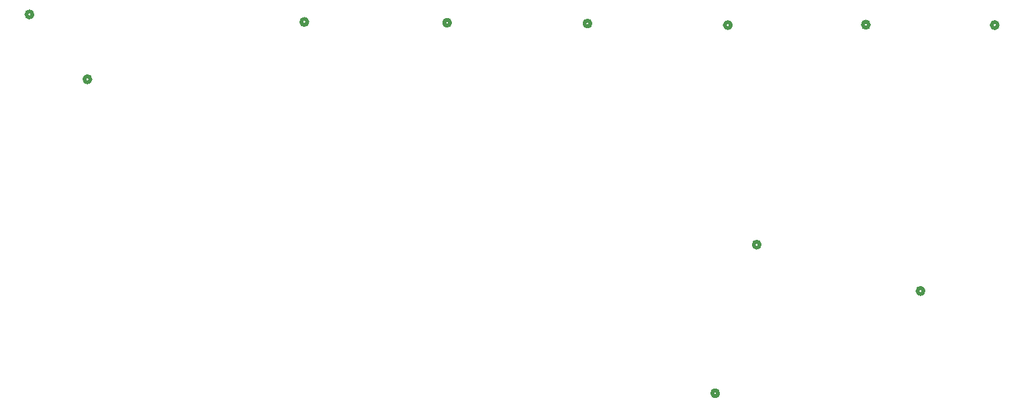
<source format=gbr>
%TF.GenerationSoftware,KiCad,Pcbnew,8.0.4*%
%TF.CreationDate,2024-10-31T19:43:42-04:00*%
%TF.ProjectId,Skibid-i,536b6962-6964-42d6-992e-6b696361645f,rev?*%
%TF.SameCoordinates,Original*%
%TF.FileFunction,Legend,Bot*%
%TF.FilePolarity,Positive*%
%FSLAX46Y46*%
G04 Gerber Fmt 4.6, Leading zero omitted, Abs format (unit mm)*
G04 Created by KiCad (PCBNEW 8.0.4) date 2024-10-31 19:43:42*
%MOMM*%
%LPD*%
G01*
G04 APERTURE LIST*
%ADD10C,0.508000*%
G04 APERTURE END LIST*
D10*
%TO.C,J8*%
X154131000Y-43945000D02*
G75*
G02*
X153369000Y-43945000I-381000J0D01*
G01*
X153369000Y-43945000D02*
G75*
G02*
X154131000Y-43945000I381000J0D01*
G01*
%TO.C,J13*%
X238527000Y-64849501D02*
G75*
G02*
X237765000Y-64849501I-381000J0D01*
G01*
X237765000Y-64849501D02*
G75*
G02*
X238527000Y-64849501I381000J0D01*
G01*
%TO.C,J10*%
X268536000Y-37100000D02*
G75*
G02*
X267774000Y-37100000I-381000J0D01*
G01*
X267774000Y-37100000D02*
G75*
G02*
X268536000Y-37100000I381000J0D01*
G01*
%TO.C,J4*%
X252290899Y-37050000D02*
G75*
G02*
X251528899Y-37050000I-381000J0D01*
G01*
X251528899Y-37050000D02*
G75*
G02*
X252290899Y-37050000I381000J0D01*
G01*
%TO.C,J2*%
X233290900Y-83625001D02*
G75*
G02*
X232528900Y-83625001I-381000J0D01*
G01*
X232528900Y-83625001D02*
G75*
G02*
X233290900Y-83625001I381000J0D01*
G01*
%TO.C,J6*%
X217190899Y-36900000D02*
G75*
G02*
X216428899Y-36900000I-381000J0D01*
G01*
X216428899Y-36900000D02*
G75*
G02*
X217190899Y-36900000I381000J0D01*
G01*
%TO.C,J5*%
X234886000Y-37100000D02*
G75*
G02*
X234124000Y-37100000I-381000J0D01*
G01*
X234124000Y-37100000D02*
G75*
G02*
X234886000Y-37100000I381000J0D01*
G01*
%TO.C,J9*%
X181486000Y-36700000D02*
G75*
G02*
X180724000Y-36700000I-381000J0D01*
G01*
X180724000Y-36700000D02*
G75*
G02*
X181486000Y-36700000I381000J0D01*
G01*
%TO.C,J7*%
X199490899Y-36800000D02*
G75*
G02*
X198728899Y-36800000I-381000J0D01*
G01*
X198728899Y-36800000D02*
G75*
G02*
X199490899Y-36800000I381000J0D01*
G01*
%TO.C,J3*%
X259181000Y-70705000D02*
G75*
G02*
X258419000Y-70705000I-381000J0D01*
G01*
X258419000Y-70705000D02*
G75*
G02*
X259181000Y-70705000I381000J0D01*
G01*
%TO.C,J20*%
X146826000Y-35750000D02*
G75*
G02*
X146064000Y-35750000I-381000J0D01*
G01*
X146064000Y-35750000D02*
G75*
G02*
X146826000Y-35750000I381000J0D01*
G01*
%TD*%
M02*

</source>
